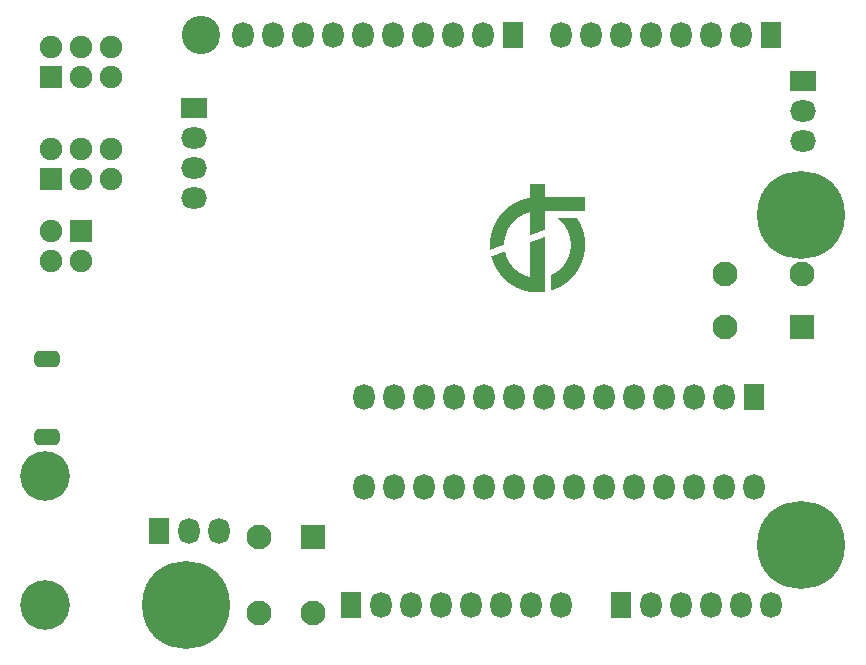
<source format=gbs>
%FSLAX44Y44*%
%MOMM*%
G71*
G01*
G75*
G04 Layer_Color=16711935*
%ADD10R,2.5000X2.6000*%
%ADD11R,2.7000X2.0000*%
%ADD12R,1.6000X3.0000*%
%ADD13R,1.3000X0.7000*%
%ADD14R,0.9000X1.3000*%
%ADD15R,0.7000X1.3000*%
%ADD16R,1.5000X0.5000*%
%ADD17R,0.5000X1.5000*%
%ADD18R,1.3000X0.9000*%
%ADD19R,0.8000X0.8000*%
%ADD20R,0.5588X0.6858*%
%ADD21R,0.6858X0.5588*%
%ADD22C,1.0160*%
%ADD23R,1.4000X1.6000*%
%ADD24R,1.9000X1.9000*%
%ADD25R,1.3500X0.4000*%
%ADD26R,1.0000X0.5500*%
%ADD27R,0.5500X1.0000*%
%ADD28R,0.9000X0.6000*%
%ADD29R,0.6000X2.2000*%
%ADD30R,3.5000X2.2000*%
%ADD31R,2.6000X2.5000*%
%ADD32C,0.2000*%
%ADD33C,0.6000*%
%ADD34C,0.8000*%
%ADD35C,0.5000*%
%ADD36C,0.4000*%
%ADD37C,1.0000*%
%ADD38C,0.9000*%
%ADD39R,1.6000X2.0000*%
%ADD40O,1.6000X2.0000*%
%ADD41R,1.7000X1.7000*%
%ADD42C,1.7000*%
%ADD43O,2.0000X1.6000*%
%ADD44R,2.0000X1.6000*%
G04:AMPARAMS|DCode=45|XSize=2mm|YSize=1.2mm|CornerRadius=0.36mm|HoleSize=0mm|Usage=FLASHONLY|Rotation=0.000|XOffset=0mm|YOffset=0mm|HoleType=Round|Shape=RoundedRectangle|*
%AMROUNDEDRECTD45*
21,1,2.0000,0.4800,0,0,0.0*
21,1,1.2800,1.2000,0,0,0.0*
1,1,0.7200,0.6400,-0.2400*
1,1,0.7200,-0.6400,-0.2400*
1,1,0.7200,-0.6400,0.2400*
1,1,0.7200,0.6400,0.2400*
%
%ADD45ROUNDEDRECTD45*%
%ADD46C,4.0000*%
%ADD47C,7.4000*%
%ADD48C,3.2000*%
%ADD49R,1.9000X1.9000*%
%ADD50C,1.9000*%
%ADD51C,0.6000*%
%ADD52C,0.2540*%
%ADD53C,0.0800*%
%ADD54R,2.7000X2.8000*%
%ADD55R,2.9000X2.2000*%
%ADD56R,1.8000X3.2000*%
%ADD57R,1.5000X0.9000*%
%ADD58R,1.1000X1.5000*%
%ADD59R,0.9000X1.5000*%
%ADD60R,1.6200X0.6200*%
%ADD61R,0.6200X1.6200*%
%ADD62R,1.5000X1.1000*%
%ADD63R,1.0000X1.0000*%
%ADD64R,0.7112X0.8382*%
%ADD65R,0.8382X0.7112*%
%ADD66C,3.0480*%
%ADD67R,1.6000X1.8000*%
%ADD68R,2.1000X2.1000*%
%ADD69R,1.4500X0.5000*%
%ADD70R,1.2000X0.7500*%
%ADD71R,0.7500X1.2000*%
%ADD72R,1.1000X0.8000*%
%ADD73R,0.8000X2.4000*%
%ADD74R,3.7000X2.4000*%
%ADD75R,2.8000X2.7000*%
%ADD76R,1.8000X2.2000*%
%ADD77O,1.8000X2.2000*%
%ADD78O,2.2000X1.8000*%
%ADD79R,2.2000X1.8000*%
G04:AMPARAMS|DCode=80|XSize=2.2mm|YSize=1.4mm|CornerRadius=0.46mm|HoleSize=0mm|Usage=FLASHONLY|Rotation=0.000|XOffset=0mm|YOffset=0mm|HoleType=Round|Shape=RoundedRectangle|*
%AMROUNDEDRECTD80*
21,1,2.2000,0.4800,0,0,0.0*
21,1,1.2800,1.4000,0,0,0.0*
1,1,0.9200,0.6400,-0.2400*
1,1,0.9200,-0.6400,-0.2400*
1,1,0.9200,-0.6400,0.2400*
1,1,0.9200,0.6400,0.2400*
%
%ADD80ROUNDEDRECTD80*%
%ADD81C,4.2000*%
%ADD82C,7.4508*%
%ADD83C,3.2500*%
%ADD84R,2.1000X2.1000*%
%ADD85C,2.1000*%
G36*
X470429Y352875D02*
X470529D01*
Y352776D01*
X470629D01*
Y352576D01*
X470728D01*
Y352476D01*
X470828D01*
Y352277D01*
X470928D01*
Y352077D01*
X471027D01*
Y351978D01*
X471127D01*
Y351778D01*
X471227D01*
Y351678D01*
X471327D01*
Y351479D01*
X471427D01*
Y351279D01*
X471526D01*
Y351180D01*
X471626D01*
Y350980D01*
X471726D01*
Y350781D01*
X471826D01*
Y350681D01*
X471925D01*
Y350482D01*
X472025D01*
Y350282D01*
X472125D01*
Y350083D01*
X472225D01*
Y349883D01*
X472324D01*
Y349783D01*
X472424D01*
Y349584D01*
X472524D01*
Y349384D01*
X472623D01*
Y349185D01*
X472723D01*
Y348985D01*
X472823D01*
Y348786D01*
X472923D01*
Y348587D01*
X473022D01*
Y348387D01*
X473122D01*
Y348187D01*
X473222D01*
Y347988D01*
X473321D01*
Y347789D01*
X473421D01*
Y347589D01*
X473521D01*
Y347389D01*
X473621D01*
Y347190D01*
X473721D01*
Y346891D01*
X473820D01*
Y346691D01*
X473920D01*
Y346492D01*
X474020D01*
Y346292D01*
X474119D01*
Y345993D01*
X474219D01*
Y345794D01*
X474319D01*
Y345494D01*
X474419D01*
Y345295D01*
X474518D01*
Y344996D01*
X474618D01*
Y344796D01*
X474718D01*
Y344497D01*
X474818D01*
Y344198D01*
X474917D01*
Y343899D01*
X475017D01*
Y343699D01*
X475117D01*
Y343300D01*
X475217D01*
Y343101D01*
X475316D01*
Y342702D01*
X475416D01*
Y342402D01*
X475516D01*
Y342103D01*
X475616D01*
Y341804D01*
X475715D01*
Y341405D01*
X475815D01*
Y341006D01*
X475915D01*
Y340707D01*
X476015D01*
Y340308D01*
X476114D01*
Y339909D01*
X476214D01*
Y339410D01*
X476314D01*
Y339011D01*
X476414D01*
Y338513D01*
X476513D01*
Y338114D01*
X476613D01*
Y337515D01*
X476713D01*
Y336917D01*
X476813D01*
Y336218D01*
X476912D01*
Y335520D01*
X477012D01*
Y334523D01*
X477112D01*
Y333625D01*
X477211D01*
Y332229D01*
X477311D01*
Y328738D01*
X477211D01*
Y327341D01*
X477112D01*
Y326444D01*
X477012D01*
Y325446D01*
X476912D01*
Y324748D01*
X476813D01*
Y324050D01*
X476713D01*
Y323451D01*
X476613D01*
Y322853D01*
X476513D01*
Y322454D01*
X476414D01*
Y321955D01*
X476314D01*
Y321557D01*
X476214D01*
Y321058D01*
X476114D01*
Y320659D01*
X476015D01*
Y320260D01*
X475915D01*
Y319960D01*
X475815D01*
Y319562D01*
X475715D01*
Y319163D01*
X475616D01*
Y318863D01*
X475516D01*
Y318564D01*
X475416D01*
Y318265D01*
X475316D01*
Y317966D01*
X475217D01*
Y317666D01*
X475117D01*
Y317367D01*
X475017D01*
Y317068D01*
X474917D01*
Y316769D01*
X474818D01*
Y316470D01*
X474718D01*
Y316170D01*
X474618D01*
Y315971D01*
X474518D01*
Y315672D01*
X474419D01*
Y315472D01*
X474319D01*
Y315173D01*
X474219D01*
Y314974D01*
X474119D01*
Y314674D01*
X474020D01*
Y314475D01*
X473920D01*
Y314275D01*
X473820D01*
Y314076D01*
X473721D01*
Y313776D01*
X473621D01*
Y313577D01*
X473521D01*
Y313377D01*
X473421D01*
Y313178D01*
X473321D01*
Y312979D01*
X473222D01*
Y312779D01*
X473122D01*
Y312580D01*
X473022D01*
Y312380D01*
X472923D01*
Y312181D01*
X472823D01*
Y311981D01*
X472723D01*
Y311782D01*
X472623D01*
Y311582D01*
X472524D01*
Y311383D01*
X472424D01*
Y311183D01*
X472324D01*
Y311084D01*
X472225D01*
Y310884D01*
X472125D01*
Y310684D01*
X472025D01*
Y310485D01*
X471925D01*
Y310286D01*
X471826D01*
Y310186D01*
X471726D01*
Y309986D01*
X471626D01*
Y309787D01*
X471526D01*
Y309687D01*
X471427D01*
Y309488D01*
X471327D01*
Y309288D01*
X471227D01*
Y309188D01*
X471127D01*
Y308989D01*
X471027D01*
Y308889D01*
X470928D01*
Y308690D01*
X470828D01*
Y308490D01*
X470728D01*
Y308390D01*
X470629D01*
Y308191D01*
X470529D01*
Y308091D01*
X470429D01*
Y307892D01*
X470329D01*
Y307792D01*
X470230D01*
Y307692D01*
X470130D01*
Y307493D01*
X470030D01*
Y307393D01*
X469930D01*
Y307194D01*
X469831D01*
Y307094D01*
X469731D01*
Y306994D01*
X469631D01*
Y306795D01*
X469531D01*
Y306695D01*
X469432D01*
Y306595D01*
X469332D01*
Y306396D01*
X469232D01*
Y306296D01*
X469132D01*
Y306096D01*
X469033D01*
Y305997D01*
X468933D01*
Y305897D01*
X468833D01*
Y305797D01*
X468733D01*
Y305598D01*
X468634D01*
Y305498D01*
X468534D01*
Y305398D01*
X468434D01*
Y305199D01*
X468334D01*
Y305099D01*
X468235D01*
Y304999D01*
X468135D01*
Y304900D01*
X468035D01*
Y304800D01*
X467935D01*
Y304600D01*
X467836D01*
Y304501D01*
X467736D01*
Y304401D01*
X467636D01*
Y304301D01*
X467537D01*
Y304201D01*
X467437D01*
Y304002D01*
X467337D01*
Y303902D01*
X467237D01*
Y303802D01*
X467138D01*
Y303703D01*
X467038D01*
Y303603D01*
X466938D01*
Y303503D01*
X466838D01*
Y303403D01*
X466739D01*
Y303304D01*
X466639D01*
Y303204D01*
X466539D01*
Y303104D01*
X466439D01*
Y303004D01*
X466340D01*
Y302805D01*
X466240D01*
Y302705D01*
X466140D01*
Y302605D01*
X466040D01*
Y302506D01*
X465941D01*
Y302406D01*
X465841D01*
Y302306D01*
X465741D01*
Y302207D01*
X465641D01*
Y302107D01*
X465542D01*
Y302007D01*
X465442D01*
Y301907D01*
X465342D01*
Y301807D01*
X465243D01*
Y301708D01*
X465143D01*
Y301608D01*
X465043D01*
Y301508D01*
X464943D01*
Y301409D01*
X464843D01*
Y301309D01*
X464744D01*
Y301209D01*
X464644D01*
Y301109D01*
X464445D01*
Y301010D01*
X464345D01*
Y300910D01*
X464245D01*
Y300810D01*
X464145D01*
Y300710D01*
X464046D01*
Y300611D01*
X463946D01*
Y300511D01*
X463846D01*
Y300411D01*
X463746D01*
Y300311D01*
X463547D01*
Y300112D01*
X463447D01*
Y300012D01*
X463248D01*
Y299912D01*
X463148D01*
Y299813D01*
X463048D01*
Y299713D01*
X462948D01*
Y299613D01*
X462849D01*
Y299513D01*
X462649D01*
Y299414D01*
X462550D01*
Y299314D01*
X462450D01*
Y299214D01*
X462350D01*
Y299114D01*
X462250D01*
Y299015D01*
X462051D01*
Y298915D01*
X461951D01*
Y298815D01*
X461851D01*
Y298715D01*
X461652D01*
Y298616D01*
X461552D01*
Y298516D01*
X461452D01*
Y298416D01*
X461253D01*
Y298316D01*
X461153D01*
Y298217D01*
X461053D01*
Y298117D01*
X460953D01*
Y298017D01*
X460754D01*
Y297918D01*
X460654D01*
Y297818D01*
X460555D01*
Y297718D01*
X460355D01*
Y297618D01*
X460255D01*
Y297519D01*
X460056D01*
Y297419D01*
X459956D01*
Y297319D01*
X459856D01*
Y297219D01*
X459657D01*
Y297120D01*
X459457D01*
Y297020D01*
X459358D01*
Y296920D01*
X459158D01*
Y296820D01*
X459058D01*
Y296721D01*
X458859D01*
Y296621D01*
X458759D01*
Y296521D01*
X458560D01*
Y296422D01*
X458460D01*
Y296322D01*
X458260D01*
Y296222D01*
X458061D01*
Y296122D01*
X457961D01*
Y296022D01*
X457762D01*
Y295923D01*
X457562D01*
Y295823D01*
X457463D01*
Y295723D01*
X457263D01*
Y295623D01*
X457064D01*
Y295524D01*
X456964D01*
Y295424D01*
X456764D01*
Y295324D01*
X456565D01*
Y295224D01*
X456465D01*
Y295125D01*
X456166D01*
Y295025D01*
X456066D01*
Y294925D01*
X455867D01*
Y294826D01*
X455667D01*
Y294726D01*
X455468D01*
Y294626D01*
X455268D01*
Y294526D01*
X455069D01*
Y294426D01*
X454869D01*
Y294327D01*
X454670D01*
Y294227D01*
X454470D01*
Y294127D01*
X454271D01*
Y294028D01*
X454071D01*
Y293928D01*
X453772D01*
Y293828D01*
X453573D01*
Y293728D01*
X453373D01*
Y293629D01*
X453174D01*
Y293529D01*
X452974D01*
Y293429D01*
X452675D01*
Y293330D01*
X452476D01*
Y293230D01*
X452176D01*
Y293130D01*
X451977D01*
Y293030D01*
X451777D01*
Y292931D01*
X451478D01*
Y292831D01*
X451179D01*
Y292731D01*
X450979D01*
Y292631D01*
X450580D01*
Y292532D01*
X450381D01*
Y292432D01*
X450082D01*
Y292332D01*
X449782D01*
Y292232D01*
X449483D01*
Y292133D01*
X449184D01*
Y292033D01*
X448785D01*
Y291933D01*
X448586D01*
Y304900D01*
X448785D01*
Y304999D01*
X448984D01*
Y305099D01*
X449184D01*
Y305199D01*
X449384D01*
Y305299D01*
X449583D01*
Y305398D01*
X449782D01*
Y305498D01*
X449982D01*
Y305598D01*
X450182D01*
Y305697D01*
X450381D01*
Y305797D01*
X450580D01*
Y305897D01*
X450680D01*
Y305997D01*
X450880D01*
Y306096D01*
X451079D01*
Y306196D01*
X451179D01*
Y306296D01*
X451378D01*
Y306396D01*
X451578D01*
Y306495D01*
X451777D01*
Y306595D01*
X451877D01*
Y306695D01*
X452077D01*
Y306795D01*
X452176D01*
Y306894D01*
X452376D01*
Y306994D01*
X452476D01*
Y307094D01*
X452675D01*
Y307194D01*
X452775D01*
Y307293D01*
X452974D01*
Y307393D01*
X453074D01*
Y307493D01*
X453274D01*
Y307593D01*
X453373D01*
Y307692D01*
X453473D01*
Y307792D01*
X453672D01*
Y307892D01*
X453772D01*
Y307992D01*
X453972D01*
Y308091D01*
X454071D01*
Y308191D01*
X454171D01*
Y308291D01*
X454271D01*
Y308390D01*
X454470D01*
Y308490D01*
X454570D01*
Y308590D01*
X454670D01*
Y308690D01*
X454770D01*
Y308789D01*
X454969D01*
Y308889D01*
X455069D01*
Y308989D01*
X455168D01*
Y309089D01*
X455268D01*
Y309188D01*
X455368D01*
Y309288D01*
X455468D01*
Y309388D01*
X455568D01*
Y309488D01*
X455767D01*
Y309587D01*
X455867D01*
Y309687D01*
X455966D01*
Y309787D01*
X456066D01*
Y309887D01*
X456166D01*
Y309986D01*
X456266D01*
Y310086D01*
X456365D01*
Y310186D01*
X456465D01*
Y310286D01*
X456565D01*
Y310385D01*
X456665D01*
Y310485D01*
X456764D01*
Y310585D01*
X456864D01*
Y310684D01*
X456964D01*
Y310784D01*
X457064D01*
Y310884D01*
X457163D01*
Y310984D01*
X457263D01*
Y311084D01*
X457363D01*
Y311183D01*
X457463D01*
Y311283D01*
X457562D01*
Y311383D01*
X457662D01*
Y311483D01*
X457762D01*
Y311582D01*
X457862D01*
Y311682D01*
X457961D01*
Y311882D01*
X458061D01*
Y311981D01*
X458161D01*
Y312081D01*
X458260D01*
Y312181D01*
X458360D01*
Y312281D01*
X458460D01*
Y312380D01*
X458560D01*
Y312480D01*
X458660D01*
Y312679D01*
X458759D01*
Y312779D01*
X458859D01*
Y312879D01*
X458959D01*
Y312979D01*
X459058D01*
Y313178D01*
X459158D01*
Y313278D01*
X459258D01*
Y313377D01*
X459358D01*
Y313477D01*
X459457D01*
Y313677D01*
X459557D01*
Y313776D01*
X459657D01*
Y313976D01*
X459757D01*
Y314076D01*
X459856D01*
Y314175D01*
X459956D01*
Y314375D01*
X460056D01*
Y314475D01*
X460156D01*
Y314674D01*
X460255D01*
Y314774D01*
X460355D01*
Y314974D01*
X460455D01*
Y315073D01*
X460555D01*
Y315273D01*
X460654D01*
Y315372D01*
X460754D01*
Y315572D01*
X460854D01*
Y315672D01*
X460953D01*
Y315871D01*
X461053D01*
Y316071D01*
X461153D01*
Y316170D01*
X461253D01*
Y316370D01*
X461353D01*
Y316569D01*
X461452D01*
Y316669D01*
X461552D01*
Y316868D01*
X461652D01*
Y317068D01*
X461752D01*
Y317267D01*
X461851D01*
Y317467D01*
X461951D01*
Y317666D01*
X462051D01*
Y317866D01*
X462150D01*
Y318065D01*
X462250D01*
Y318265D01*
X462350D01*
Y318464D01*
X462450D01*
Y318664D01*
X462550D01*
Y318963D01*
X462649D01*
Y319063D01*
X462749D01*
Y319362D01*
X462849D01*
Y319562D01*
X462948D01*
Y319861D01*
X463048D01*
Y320060D01*
X463148D01*
Y320360D01*
X463248D01*
Y320559D01*
X463347D01*
Y320858D01*
X463447D01*
Y321157D01*
X463547D01*
Y321357D01*
X463647D01*
Y321656D01*
X463746D01*
Y322055D01*
X463846D01*
Y322354D01*
X463946D01*
Y322654D01*
X464046D01*
Y323052D01*
X464145D01*
Y323451D01*
X464245D01*
Y323751D01*
X464345D01*
Y324249D01*
X464445D01*
Y324648D01*
X464544D01*
Y325147D01*
X464644D01*
Y325646D01*
X464744D01*
Y326444D01*
X464843D01*
Y327042D01*
X464943D01*
Y328139D01*
X465043D01*
Y329735D01*
X465143D01*
Y331231D01*
X465043D01*
Y332827D01*
X464943D01*
Y333924D01*
X464843D01*
Y334623D01*
X464744D01*
Y335321D01*
X464644D01*
Y335820D01*
X464544D01*
Y336318D01*
X464445D01*
Y336717D01*
X464345D01*
Y337216D01*
X464245D01*
Y337615D01*
X464145D01*
Y337914D01*
X464046D01*
Y338313D01*
X463946D01*
Y338612D01*
X463846D01*
Y338912D01*
X463746D01*
Y339310D01*
X463647D01*
Y339610D01*
X463547D01*
Y339809D01*
X463447D01*
Y340108D01*
X463347D01*
Y340408D01*
X463248D01*
Y340707D01*
X463148D01*
Y340906D01*
X463048D01*
Y341106D01*
X462948D01*
Y341405D01*
X462849D01*
Y341604D01*
X462749D01*
Y341904D01*
X462649D01*
Y342103D01*
X462550D01*
Y342303D01*
X462450D01*
Y342502D01*
X462350D01*
Y342702D01*
X462250D01*
Y342901D01*
X462150D01*
Y343101D01*
X462051D01*
Y343300D01*
X461951D01*
Y343500D01*
X461851D01*
Y343699D01*
X461752D01*
Y343899D01*
X461652D01*
Y344098D01*
X461552D01*
Y344297D01*
X461452D01*
Y344397D01*
X461353D01*
Y344597D01*
X461253D01*
Y344796D01*
X461153D01*
Y344896D01*
X461053D01*
Y345096D01*
X460953D01*
Y345295D01*
X460854D01*
Y345395D01*
X460754D01*
Y345594D01*
X460654D01*
Y345694D01*
X460555D01*
Y345894D01*
X460455D01*
Y346093D01*
X460355D01*
Y346193D01*
X460255D01*
Y346292D01*
X460156D01*
Y346492D01*
X460056D01*
Y346592D01*
X459956D01*
Y346791D01*
X459856D01*
Y346891D01*
X459757D01*
Y347090D01*
X459657D01*
Y347190D01*
X459557D01*
Y347290D01*
X459457D01*
Y347489D01*
X459358D01*
Y347589D01*
X459258D01*
Y347689D01*
X459158D01*
Y347789D01*
X459058D01*
Y347988D01*
X458959D01*
Y348088D01*
X458859D01*
Y348187D01*
X458759D01*
Y348287D01*
X458660D01*
Y348487D01*
X458560D01*
Y348587D01*
X458460D01*
Y348686D01*
X458360D01*
Y348786D01*
X458260D01*
Y348886D01*
X458161D01*
Y348985D01*
X458061D01*
Y349185D01*
X457961D01*
Y349285D01*
X457862D01*
Y349384D01*
X457762D01*
Y349484D01*
X457662D01*
Y349584D01*
X457562D01*
Y349684D01*
X457463D01*
Y349783D01*
X457363D01*
Y349883D01*
X457263D01*
Y349983D01*
X457163D01*
Y350083D01*
X457064D01*
Y350182D01*
X456964D01*
Y350282D01*
X456864D01*
Y350382D01*
X456764D01*
Y350482D01*
X456665D01*
Y350581D01*
X456565D01*
Y350681D01*
X456465D01*
Y350781D01*
X456365D01*
Y350881D01*
X456266D01*
Y350980D01*
X456166D01*
Y351080D01*
X456066D01*
Y351180D01*
X455966D01*
Y351279D01*
X455867D01*
Y351379D01*
X455767D01*
Y351479D01*
X455568D01*
Y351579D01*
X455468D01*
Y351778D01*
X455268D01*
Y351878D01*
X455168D01*
Y351978D01*
X455069D01*
Y352077D01*
X454969D01*
Y352177D01*
X454770D01*
Y352277D01*
X454670D01*
Y352377D01*
X454570D01*
Y352476D01*
X454470D01*
Y352576D01*
X454271D01*
Y352676D01*
X454171D01*
Y352776D01*
X454071D01*
Y352875D01*
X453972D01*
Y352975D01*
X453772D01*
Y353075D01*
X470429D01*
Y352875D01*
D02*
G37*
G36*
X443100Y290637D02*
X442701D01*
Y290537D01*
X441803D01*
Y290437D01*
X441105D01*
Y290337D01*
X439709D01*
Y290237D01*
X438013D01*
Y290138D01*
X435918D01*
Y290237D01*
X434223D01*
Y290337D01*
X432826D01*
Y290437D01*
X432128D01*
Y290537D01*
X431231D01*
Y290637D01*
X430732D01*
Y290736D01*
X430133D01*
Y290836D01*
X430034D01*
Y290736D01*
X429934D01*
Y290836D01*
X429535D01*
Y290936D01*
X429136D01*
Y291035D01*
X429036D01*
Y290936D01*
X428937D01*
Y291035D01*
X428537D01*
Y291135D01*
X428138D01*
Y291235D01*
X427640D01*
Y291335D01*
X427341D01*
Y291434D01*
X426842D01*
Y291534D01*
X426543D01*
Y291634D01*
X426144D01*
Y291733D01*
X425844D01*
Y291833D01*
X425445D01*
Y291933D01*
X425146D01*
Y292033D01*
X424747D01*
Y292133D01*
X424448D01*
Y292232D01*
X424149D01*
Y292332D01*
X423850D01*
Y292432D01*
X423550D01*
Y292532D01*
X423351D01*
Y292631D01*
X423052D01*
Y292731D01*
X422852D01*
Y292831D01*
X422453D01*
Y292931D01*
X422254D01*
Y293030D01*
X421955D01*
Y293130D01*
X421755D01*
Y293230D01*
X421456D01*
Y293330D01*
X421256D01*
Y293429D01*
X421057D01*
Y293529D01*
X420857D01*
Y293629D01*
X420558D01*
Y293728D01*
X420359D01*
Y293828D01*
X420159D01*
Y293928D01*
X419960D01*
Y294028D01*
X419660D01*
Y294127D01*
X419461D01*
Y294227D01*
X419261D01*
Y294327D01*
X419062D01*
Y294426D01*
X418862D01*
Y294526D01*
X418663D01*
Y294626D01*
X418464D01*
Y294726D01*
X418264D01*
Y294826D01*
X418164D01*
Y294925D01*
X417965D01*
Y295025D01*
X417765D01*
Y295125D01*
X417566D01*
Y295224D01*
X417366D01*
Y295324D01*
X417167D01*
Y295424D01*
X417067D01*
Y295524D01*
X416868D01*
Y295623D01*
X416668D01*
Y295723D01*
X416568D01*
Y295823D01*
X416369D01*
Y295923D01*
X416169D01*
Y296022D01*
X415970D01*
Y296122D01*
X415870D01*
Y296222D01*
X415671D01*
Y296322D01*
X415571D01*
Y296422D01*
X415372D01*
Y296521D01*
X415172D01*
Y296621D01*
X415072D01*
Y296721D01*
X414973D01*
Y296820D01*
X414773D01*
Y296920D01*
X414574D01*
Y297020D01*
X414474D01*
Y297120D01*
X414374D01*
Y297219D01*
X414175D01*
Y297319D01*
X413975D01*
Y297419D01*
X413875D01*
Y297519D01*
X413776D01*
Y297618D01*
X413576D01*
Y297718D01*
X413476D01*
Y297818D01*
X413377D01*
Y297918D01*
X413177D01*
Y298017D01*
X413077D01*
Y298117D01*
X412878D01*
Y298217D01*
X412778D01*
Y298316D01*
X412678D01*
Y298416D01*
X412479D01*
Y298516D01*
X412379D01*
Y298616D01*
X412280D01*
Y298715D01*
X412080D01*
Y298815D01*
X411980D01*
Y298915D01*
X411881D01*
Y299015D01*
X411781D01*
Y299114D01*
X411681D01*
Y299214D01*
X411482D01*
Y299314D01*
X411382D01*
Y299414D01*
X411282D01*
Y299513D01*
X411182D01*
Y299613D01*
X410983D01*
Y299713D01*
X410883D01*
Y299813D01*
X410783D01*
Y299912D01*
X410684D01*
Y300012D01*
X410584D01*
Y300112D01*
X410484D01*
Y300212D01*
X410384D01*
Y300311D01*
X410285D01*
Y300411D01*
X410085D01*
Y300511D01*
X409986D01*
Y300611D01*
X409886D01*
Y300710D01*
X409786D01*
Y300810D01*
X409686D01*
Y300910D01*
X409586D01*
Y301010D01*
X409487D01*
Y301109D01*
X409387D01*
Y301209D01*
X409287D01*
Y301309D01*
X409188D01*
Y301409D01*
X408988D01*
Y301508D01*
X408888D01*
Y301608D01*
X408789D01*
Y301708D01*
X408689D01*
Y301807D01*
X408589D01*
Y301907D01*
X408489D01*
Y302007D01*
X408390D01*
Y302107D01*
X408290D01*
Y302207D01*
X408190D01*
Y302306D01*
X408090D01*
Y302406D01*
X407990D01*
Y302506D01*
X407891D01*
Y302705D01*
X407791D01*
Y302805D01*
X407691D01*
Y302905D01*
X407592D01*
Y303004D01*
X407492D01*
Y303104D01*
X407392D01*
Y303204D01*
X407293D01*
Y303304D01*
X407193D01*
Y303403D01*
X407093D01*
Y303503D01*
X406993D01*
Y303603D01*
X406894D01*
Y303802D01*
X406794D01*
Y303902D01*
X406694D01*
Y304002D01*
X406594D01*
Y304102D01*
X406494D01*
Y304201D01*
X406395D01*
Y304301D01*
X406295D01*
Y304401D01*
X406195D01*
Y304501D01*
X406096D01*
Y304700D01*
X405996D01*
Y304800D01*
X405896D01*
Y304900D01*
X405796D01*
Y304999D01*
X405697D01*
Y305199D01*
X405597D01*
Y305299D01*
X405497D01*
Y305398D01*
X405397D01*
Y305498D01*
X405298D01*
Y305697D01*
X405198D01*
Y305797D01*
X405098D01*
Y305897D01*
X404998D01*
Y306096D01*
X404899D01*
Y306196D01*
X404799D01*
Y306296D01*
X404699D01*
Y306396D01*
X404599D01*
Y306595D01*
X404500D01*
Y306695D01*
X404400D01*
Y306894D01*
X404300D01*
Y306994D01*
X404200D01*
Y307094D01*
X404101D01*
Y307293D01*
X404001D01*
Y307393D01*
X403901D01*
Y307593D01*
X403801D01*
Y307692D01*
X403702D01*
Y307792D01*
X403602D01*
Y307992D01*
X403502D01*
Y308091D01*
X403402D01*
Y308291D01*
X403303D01*
Y308390D01*
X403203D01*
Y308590D01*
X403103D01*
Y308789D01*
X403004D01*
Y308889D01*
X402904D01*
Y309089D01*
X402804D01*
Y309188D01*
X402704D01*
Y309388D01*
X402604D01*
Y309488D01*
X402505D01*
Y309687D01*
X402405D01*
Y309887D01*
X402305D01*
Y310086D01*
X402206D01*
Y310186D01*
X402106D01*
Y310385D01*
X402006D01*
Y310585D01*
X401906D01*
Y310684D01*
X401807D01*
Y310884D01*
X401707D01*
Y311084D01*
X401607D01*
Y311283D01*
X401507D01*
Y311483D01*
X401408D01*
Y311582D01*
X401308D01*
Y311882D01*
X401208D01*
Y311981D01*
X401109D01*
Y312281D01*
X401009D01*
Y312380D01*
X400909D01*
Y312679D01*
X400809D01*
Y312879D01*
X400709D01*
Y313078D01*
X400610D01*
Y313278D01*
X400510D01*
Y313477D01*
X400410D01*
Y313677D01*
X400311D01*
Y313876D01*
X400211D01*
Y314076D01*
X400111D01*
Y314375D01*
X400011D01*
Y314575D01*
X399911D01*
Y314774D01*
X399812D01*
Y315073D01*
X399712D01*
Y315273D01*
X399613D01*
Y315472D01*
X399512D01*
Y315771D01*
X399413D01*
Y316071D01*
X399313D01*
Y316270D01*
X399213D01*
Y316569D01*
X399114D01*
Y316868D01*
X399014D01*
Y317068D01*
X398914D01*
Y317367D01*
X398814D01*
Y317666D01*
X398714D01*
Y317966D01*
X398615D01*
Y318265D01*
X398515D01*
Y318664D01*
X398415D01*
Y318963D01*
X398316D01*
Y319262D01*
X398216D01*
Y319661D01*
X398116D01*
Y319960D01*
X398016D01*
Y320360D01*
X397917D01*
Y320659D01*
X398116D01*
Y320759D01*
X398316D01*
Y320858D01*
X398615D01*
Y320958D01*
X398914D01*
Y321058D01*
X399213D01*
Y321157D01*
X399512D01*
Y321257D01*
X399812D01*
Y321357D01*
X400011D01*
Y321457D01*
X400311D01*
Y321557D01*
X400510D01*
Y321656D01*
X400909D01*
Y321756D01*
X401109D01*
Y321856D01*
X401408D01*
Y321955D01*
X401607D01*
Y322055D01*
X402006D01*
Y322155D01*
X402206D01*
Y322255D01*
X402505D01*
Y322354D01*
X402804D01*
Y322454D01*
X403004D01*
Y322554D01*
X403303D01*
Y322654D01*
X403602D01*
Y322753D01*
X403801D01*
Y322853D01*
X404101D01*
Y322953D01*
X404400D01*
Y323052D01*
X404699D01*
Y323152D01*
X404998D01*
Y323252D01*
X405198D01*
Y323352D01*
X405497D01*
Y323451D01*
X405796D01*
Y323551D01*
X405996D01*
Y323651D01*
X406295D01*
Y323751D01*
X406594D01*
Y323851D01*
X406894D01*
Y323950D01*
X407193D01*
Y324050D01*
X407392D01*
Y324150D01*
X407791D01*
Y324249D01*
X407990D01*
Y324349D01*
X408190D01*
Y324449D01*
X408489D01*
Y324548D01*
X408789D01*
Y324648D01*
X409088D01*
Y324748D01*
X409287D01*
Y324848D01*
X409487D01*
Y324349D01*
X409586D01*
Y323950D01*
X409686D01*
Y323551D01*
X409786D01*
Y323152D01*
X409886D01*
Y322753D01*
X409986D01*
Y322454D01*
X410085D01*
Y322155D01*
X410185D01*
Y321756D01*
X410285D01*
Y321457D01*
X410384D01*
Y321257D01*
X410484D01*
Y320958D01*
X410584D01*
Y320659D01*
X410684D01*
Y320459D01*
X410783D01*
Y320160D01*
X410883D01*
Y319861D01*
X410983D01*
Y319661D01*
X411083D01*
Y319462D01*
X411182D01*
Y319163D01*
X411282D01*
Y318963D01*
X411382D01*
Y318764D01*
X411482D01*
Y318564D01*
X411581D01*
Y318265D01*
X411681D01*
Y318065D01*
X411781D01*
Y317866D01*
X411881D01*
Y317666D01*
X411980D01*
Y317467D01*
X412080D01*
Y317367D01*
X412180D01*
Y317168D01*
X412280D01*
Y316968D01*
X412379D01*
Y316769D01*
X412479D01*
Y316569D01*
X412579D01*
Y316470D01*
X412678D01*
Y316270D01*
X412778D01*
Y316071D01*
X412878D01*
Y315871D01*
X412978D01*
Y315771D01*
X413077D01*
Y315572D01*
X413177D01*
Y315472D01*
X413277D01*
Y315273D01*
X413377D01*
Y315073D01*
X413476D01*
Y314974D01*
X413576D01*
Y314874D01*
X413676D01*
Y314674D01*
X413776D01*
Y314475D01*
X413875D01*
Y314375D01*
X413975D01*
Y314275D01*
X414075D01*
Y314076D01*
X414175D01*
Y313976D01*
X414274D01*
Y313876D01*
X414374D01*
Y313677D01*
X414474D01*
Y313577D01*
X414574D01*
Y313477D01*
X414673D01*
Y313278D01*
X414773D01*
Y313178D01*
X414873D01*
Y313078D01*
X414973D01*
Y312879D01*
X415072D01*
Y312779D01*
X415172D01*
Y312679D01*
X415272D01*
Y312580D01*
X415372D01*
Y312480D01*
X415471D01*
Y312380D01*
X415571D01*
Y312181D01*
X415671D01*
Y312081D01*
X415770D01*
Y311981D01*
X415870D01*
Y311882D01*
X415970D01*
Y311782D01*
X416070D01*
Y311582D01*
X416169D01*
Y311483D01*
X416269D01*
Y311383D01*
X416369D01*
Y311283D01*
X416469D01*
Y311183D01*
X416568D01*
Y311084D01*
X416668D01*
Y310984D01*
X416768D01*
Y310884D01*
X416868D01*
Y310784D01*
X416967D01*
Y310684D01*
X417067D01*
Y310585D01*
X417167D01*
Y310485D01*
X417267D01*
Y310385D01*
X417366D01*
Y310286D01*
X417466D01*
Y310186D01*
X417566D01*
Y310086D01*
X417666D01*
Y309986D01*
X417765D01*
Y309887D01*
X417865D01*
Y309787D01*
X417965D01*
Y309687D01*
X418064D01*
Y309587D01*
X418264D01*
Y309488D01*
X418364D01*
Y309388D01*
X418464D01*
Y309288D01*
X418563D01*
Y309188D01*
X418663D01*
Y309089D01*
X418763D01*
Y308989D01*
X418962D01*
Y308889D01*
X419062D01*
Y308789D01*
X419162D01*
Y308690D01*
X419261D01*
Y308590D01*
X419361D01*
Y308490D01*
X419561D01*
Y308390D01*
X419660D01*
Y308291D01*
X419760D01*
Y308191D01*
X419960D01*
Y308091D01*
X420059D01*
Y307992D01*
X420159D01*
Y307892D01*
X420259D01*
Y307792D01*
X420458D01*
Y307692D01*
X420558D01*
Y307593D01*
X420658D01*
Y307493D01*
X420857D01*
Y307393D01*
X421057D01*
Y307293D01*
X421157D01*
Y307194D01*
X421256D01*
Y307094D01*
X421456D01*
Y306994D01*
X421555D01*
Y306894D01*
X421755D01*
Y306795D01*
X421955D01*
Y306695D01*
X422054D01*
Y306595D01*
X422254D01*
Y306495D01*
X422453D01*
Y306396D01*
X422553D01*
Y306296D01*
X422752D01*
Y306196D01*
X422852D01*
Y306096D01*
X423052D01*
Y305997D01*
X423251D01*
Y305897D01*
X423451D01*
Y305797D01*
X423550D01*
Y305697D01*
X423750D01*
Y305598D01*
X423949D01*
Y305498D01*
X424149D01*
Y305398D01*
X424348D01*
Y305299D01*
X424548D01*
Y305199D01*
X424747D01*
Y305099D01*
X424947D01*
Y304999D01*
X425246D01*
Y304900D01*
X425445D01*
Y304800D01*
X425645D01*
Y304700D01*
X425844D01*
Y304600D01*
X426144D01*
Y304501D01*
X426343D01*
Y304401D01*
X426543D01*
Y304301D01*
X426842D01*
Y304201D01*
X427141D01*
Y304102D01*
X427341D01*
Y304002D01*
X427640D01*
Y303902D01*
X427939D01*
Y303802D01*
X428138D01*
Y303703D01*
X428537D01*
Y303603D01*
X428837D01*
Y303503D01*
X429236D01*
Y303403D01*
X429535D01*
Y303304D01*
X429934D01*
Y303204D01*
X430333D01*
Y303104D01*
X430931D01*
Y332728D01*
X431330D01*
Y332827D01*
X431530D01*
Y332927D01*
X431829D01*
Y333027D01*
X432028D01*
Y333126D01*
X432328D01*
Y333226D01*
X432627D01*
Y333326D01*
X432926D01*
Y333426D01*
X433126D01*
Y333526D01*
X433525D01*
Y333625D01*
X433724D01*
Y333725D01*
X434023D01*
Y333825D01*
X434322D01*
Y333924D01*
X434522D01*
Y334024D01*
X434821D01*
Y334124D01*
X435021D01*
Y334224D01*
X435320D01*
Y334323D01*
X435619D01*
Y334423D01*
X435918D01*
Y334523D01*
X436218D01*
Y334623D01*
X436517D01*
Y334722D01*
X436716D01*
Y334822D01*
X437015D01*
Y334922D01*
X437215D01*
Y335022D01*
X437514D01*
Y335121D01*
X437813D01*
Y335221D01*
X438113D01*
Y335321D01*
X438412D01*
Y335420D01*
X438711D01*
Y335520D01*
X438911D01*
Y335620D01*
X439210D01*
Y335720D01*
X439509D01*
Y335820D01*
X439709D01*
Y335919D01*
X440008D01*
Y336019D01*
X440307D01*
Y336119D01*
X440606D01*
Y336218D01*
X440806D01*
Y336318D01*
X441105D01*
Y336418D01*
X441404D01*
Y336518D01*
X441703D01*
Y336618D01*
X441903D01*
Y336717D01*
X442202D01*
Y336817D01*
X442402D01*
Y336917D01*
X442800D01*
Y337016D01*
X443000D01*
Y337116D01*
X443100D01*
Y290637D01*
D02*
G37*
G36*
X443000Y370629D02*
X477211D01*
Y358760D01*
X442900D01*
Y343001D01*
X442601D01*
Y342901D01*
X442302D01*
Y342801D01*
X442003D01*
Y342702D01*
X441703D01*
Y342602D01*
X441504D01*
Y342502D01*
X441205D01*
Y342402D01*
X441005D01*
Y342303D01*
X440706D01*
Y342203D01*
X440407D01*
Y342103D01*
X440207D01*
Y342004D01*
X439908D01*
Y341904D01*
X439609D01*
Y341804D01*
X439310D01*
Y341704D01*
X439010D01*
Y341604D01*
X438711D01*
Y341505D01*
X438512D01*
Y341405D01*
X438212D01*
Y341305D01*
X438013D01*
Y341206D01*
X437714D01*
Y341106D01*
X437414D01*
Y341006D01*
X437115D01*
Y340906D01*
X436816D01*
Y340807D01*
X436517D01*
Y340707D01*
X436317D01*
Y340607D01*
X436018D01*
Y340507D01*
X435719D01*
Y340408D01*
X435519D01*
Y340308D01*
X435220D01*
Y340208D01*
X434921D01*
Y340108D01*
X434622D01*
Y340009D01*
X434422D01*
Y339909D01*
X434123D01*
Y339809D01*
X433824D01*
Y339709D01*
X433525D01*
Y339610D01*
X433325D01*
Y339510D01*
X433026D01*
Y339410D01*
X432826D01*
Y339310D01*
X432427D01*
Y339211D01*
X432228D01*
Y339111D01*
X431929D01*
Y339011D01*
X431629D01*
Y338912D01*
X431330D01*
Y338812D01*
X431131D01*
Y338712D01*
X430931D01*
Y357962D01*
X431031D01*
Y358062D01*
X430532D01*
Y357962D01*
X430233D01*
Y357863D01*
X430133D01*
Y357962D01*
X430034D01*
Y357863D01*
X429734D01*
Y357763D01*
X429435D01*
Y357663D01*
X429036D01*
Y357563D01*
X428737D01*
Y357463D01*
X428338D01*
Y357364D01*
X428138D01*
Y357264D01*
X427739D01*
Y357164D01*
X427540D01*
Y357065D01*
X427241D01*
Y356965D01*
X427041D01*
Y356865D01*
X426642D01*
Y356765D01*
X426443D01*
Y356665D01*
X426144D01*
Y356566D01*
X425944D01*
Y356466D01*
X425745D01*
Y356366D01*
X425545D01*
Y356267D01*
X425346D01*
Y356167D01*
X425046D01*
Y356067D01*
X424847D01*
Y355967D01*
X424648D01*
Y355868D01*
X424448D01*
Y355768D01*
X424249D01*
Y355668D01*
X424049D01*
Y355568D01*
X423850D01*
Y355469D01*
X423750D01*
Y355369D01*
X423451D01*
Y355269D01*
X423351D01*
Y355169D01*
X423151D01*
Y355070D01*
X422952D01*
Y354970D01*
X422752D01*
Y354870D01*
X422653D01*
Y354771D01*
X422453D01*
Y354671D01*
X422353D01*
Y354571D01*
X422154D01*
Y354471D01*
X421955D01*
Y354371D01*
X421855D01*
Y354272D01*
X421655D01*
Y354172D01*
X421456D01*
Y354072D01*
X421356D01*
Y353972D01*
X421157D01*
Y353873D01*
X421057D01*
Y353773D01*
X420957D01*
Y353673D01*
X420758D01*
Y353574D01*
X420658D01*
Y353474D01*
X420458D01*
Y353374D01*
X420359D01*
Y353274D01*
X420259D01*
Y353175D01*
X420059D01*
Y353075D01*
X419960D01*
Y352975D01*
X419860D01*
Y352875D01*
X419660D01*
Y352776D01*
X419561D01*
Y352676D01*
X419461D01*
Y352576D01*
X419361D01*
Y352476D01*
X419162D01*
Y352377D01*
X419062D01*
Y352277D01*
X418962D01*
Y352177D01*
X418862D01*
Y352077D01*
X418663D01*
Y351878D01*
X418464D01*
Y351778D01*
X418364D01*
Y351678D01*
X418264D01*
Y351579D01*
X418164D01*
Y351479D01*
X418064D01*
Y351379D01*
X417965D01*
Y351279D01*
X417865D01*
Y351180D01*
X417666D01*
Y351080D01*
X417566D01*
Y350980D01*
X417466D01*
Y350881D01*
X417366D01*
Y350781D01*
X417267D01*
Y350681D01*
X417167D01*
Y350581D01*
X417067D01*
Y350482D01*
X416967D01*
Y350382D01*
X416868D01*
Y350282D01*
X416768D01*
Y350182D01*
X416668D01*
Y350083D01*
X416568D01*
Y349983D01*
X416469D01*
Y349883D01*
X416369D01*
Y349684D01*
X416269D01*
Y349584D01*
X416169D01*
Y349484D01*
X416070D01*
Y349384D01*
X415970D01*
Y349285D01*
X415870D01*
Y349185D01*
X415770D01*
Y349085D01*
X415671D01*
Y348985D01*
X415571D01*
Y348886D01*
X415471D01*
Y348686D01*
X415372D01*
Y348587D01*
X415272D01*
Y348487D01*
X415172D01*
Y348387D01*
X415072D01*
Y348287D01*
X414973D01*
Y348088D01*
X414873D01*
Y347988D01*
X414773D01*
Y347888D01*
X414673D01*
Y347689D01*
X414574D01*
Y347589D01*
X414474D01*
Y347489D01*
X414374D01*
Y347389D01*
X414274D01*
Y347190D01*
X414175D01*
Y347090D01*
X414075D01*
Y346891D01*
X413975D01*
Y346791D01*
X413875D01*
Y346691D01*
X413776D01*
Y346492D01*
X413676D01*
Y346392D01*
X413576D01*
Y346193D01*
X413476D01*
Y346093D01*
X413377D01*
Y345894D01*
X413277D01*
Y345794D01*
X413177D01*
Y345594D01*
X413077D01*
Y345494D01*
X412978D01*
Y345295D01*
X412878D01*
Y345195D01*
X412778D01*
Y344996D01*
X412678D01*
Y344796D01*
X412579D01*
Y344597D01*
X412479D01*
Y344497D01*
X412379D01*
Y344297D01*
X412280D01*
Y344098D01*
X412180D01*
Y343899D01*
X412080D01*
Y343699D01*
X411980D01*
Y343599D01*
X411881D01*
Y343300D01*
X411781D01*
Y343200D01*
X411681D01*
Y343001D01*
X411581D01*
Y342801D01*
X411482D01*
Y342602D01*
X411382D01*
Y342303D01*
X411282D01*
Y342103D01*
X411182D01*
Y341904D01*
X411083D01*
Y341704D01*
X410983D01*
Y341405D01*
X410883D01*
Y341206D01*
X410783D01*
Y340906D01*
X410684D01*
Y340707D01*
X410584D01*
Y340408D01*
X410484D01*
Y340208D01*
X410384D01*
Y339809D01*
X410285D01*
Y339610D01*
X410185D01*
Y339310D01*
X410085D01*
Y339011D01*
X409986D01*
Y338712D01*
X409886D01*
Y338313D01*
X409786D01*
Y338014D01*
X409686D01*
Y337615D01*
X409586D01*
Y337216D01*
X409487D01*
Y336717D01*
X409387D01*
Y336318D01*
X409287D01*
Y335720D01*
X409188D01*
Y335221D01*
X409088D01*
Y334623D01*
X408988D01*
Y333924D01*
X408888D01*
Y332728D01*
X408789D01*
Y331032D01*
X408689D01*
Y330533D01*
X408390D01*
Y330433D01*
X408090D01*
Y330334D01*
X407791D01*
Y330234D01*
X407592D01*
Y330134D01*
X407193D01*
Y330034D01*
X407093D01*
Y329935D01*
X406694D01*
Y329835D01*
X406494D01*
Y329735D01*
X406195D01*
Y329636D01*
X405896D01*
Y329536D01*
X405597D01*
Y329436D01*
X405298D01*
Y329336D01*
X404998D01*
Y329236D01*
X404799D01*
Y329137D01*
X404500D01*
Y329037D01*
X404300D01*
Y328937D01*
X404001D01*
Y328838D01*
X403702D01*
Y328738D01*
X403402D01*
Y328638D01*
X403103D01*
Y328538D01*
X402904D01*
Y328439D01*
X402604D01*
Y328339D01*
X402305D01*
Y328239D01*
X402006D01*
Y328139D01*
X401807D01*
Y328040D01*
X401507D01*
Y327940D01*
X401308D01*
Y327840D01*
X400909D01*
Y327740D01*
X400709D01*
Y327641D01*
X400410D01*
Y327541D01*
X400111D01*
Y327441D01*
X399812D01*
Y327341D01*
X399613D01*
Y327242D01*
X399313D01*
Y327142D01*
X399114D01*
Y327042D01*
X398714D01*
Y326943D01*
X398515D01*
Y326843D01*
X398216D01*
Y326743D01*
X397917D01*
Y326643D01*
X397617D01*
Y326544D01*
X397418D01*
Y326444D01*
X397119D01*
Y326344D01*
X397019D01*
Y326743D01*
X396919D01*
Y327840D01*
X396819D01*
Y333126D01*
X396919D01*
Y334224D01*
X397019D01*
Y335321D01*
X397119D01*
Y336019D01*
X397219D01*
Y336817D01*
X397318D01*
Y337316D01*
X397418D01*
Y337914D01*
X397518D01*
Y338413D01*
X397617D01*
Y338912D01*
X397717D01*
Y339310D01*
X397817D01*
Y339809D01*
X397917D01*
Y340208D01*
X398016D01*
Y340607D01*
X398116D01*
Y340906D01*
X398216D01*
Y341305D01*
X398316D01*
Y341704D01*
X398415D01*
Y342004D01*
X398515D01*
Y342303D01*
X398615D01*
Y342702D01*
X398714D01*
Y343001D01*
X398814D01*
Y343300D01*
X398914D01*
Y343599D01*
X399014D01*
Y343799D01*
X399114D01*
Y344098D01*
X399213D01*
Y344397D01*
X399313D01*
Y344697D01*
X399413D01*
Y344996D01*
X399512D01*
Y345195D01*
X399613D01*
Y345395D01*
X399712D01*
Y345694D01*
X399812D01*
Y345993D01*
X399911D01*
Y346193D01*
X400011D01*
Y346392D01*
X400111D01*
Y346592D01*
X400211D01*
Y346891D01*
X400311D01*
Y347090D01*
X400410D01*
Y347290D01*
X400510D01*
Y347489D01*
X400610D01*
Y347789D01*
X400709D01*
Y347988D01*
X400809D01*
Y348187D01*
X400909D01*
Y348387D01*
X401009D01*
Y348587D01*
X401109D01*
Y348786D01*
X401208D01*
Y348985D01*
X401308D01*
Y349185D01*
X401408D01*
Y349285D01*
X401507D01*
Y349484D01*
X401607D01*
Y349684D01*
X401707D01*
Y349883D01*
X401807D01*
Y350083D01*
X401906D01*
Y350182D01*
X402006D01*
Y350382D01*
X402106D01*
Y350581D01*
X402206D01*
Y350781D01*
X402305D01*
Y350881D01*
X402405D01*
Y351080D01*
X402505D01*
Y351279D01*
X402604D01*
Y351379D01*
X402704D01*
Y351579D01*
X402804D01*
Y351778D01*
X402904D01*
Y351878D01*
X403004D01*
Y352077D01*
X403103D01*
Y352177D01*
X403203D01*
Y352377D01*
X403303D01*
Y352476D01*
X403402D01*
Y352676D01*
X403502D01*
Y352776D01*
X403602D01*
Y352975D01*
X403702D01*
Y353075D01*
X403801D01*
Y353274D01*
X403901D01*
Y353374D01*
X404001D01*
Y353574D01*
X404101D01*
Y353673D01*
X404200D01*
Y353773D01*
X404300D01*
Y353972D01*
X404400D01*
Y354072D01*
X404500D01*
Y354272D01*
X404599D01*
Y354371D01*
X404699D01*
Y354471D01*
X404799D01*
Y354671D01*
X404899D01*
Y354771D01*
X404998D01*
Y354870D01*
X405098D01*
Y355070D01*
X405198D01*
Y355169D01*
X405298D01*
Y355269D01*
X405397D01*
Y355469D01*
X405497D01*
Y355568D01*
X405597D01*
Y355668D01*
X405697D01*
Y355768D01*
X405796D01*
Y355868D01*
X405896D01*
Y356067D01*
X405996D01*
Y356167D01*
X406096D01*
Y356267D01*
X406195D01*
Y356366D01*
X406295D01*
Y356566D01*
X406395D01*
Y356665D01*
X406494D01*
Y356765D01*
X406594D01*
Y356865D01*
X406694D01*
Y356965D01*
X406794D01*
Y357065D01*
X406894D01*
Y357164D01*
X406993D01*
Y357264D01*
X407093D01*
Y357463D01*
X407193D01*
Y357563D01*
X407293D01*
Y357663D01*
X407392D01*
Y357763D01*
X407492D01*
Y357863D01*
X407592D01*
Y357962D01*
X407691D01*
Y358062D01*
X407791D01*
Y358162D01*
X407891D01*
Y358261D01*
X407990D01*
Y358361D01*
X408090D01*
Y358461D01*
X408190D01*
Y358560D01*
X408290D01*
Y358660D01*
X408390D01*
Y358760D01*
X408489D01*
Y358960D01*
X408689D01*
Y359059D01*
X408789D01*
Y359159D01*
X408888D01*
Y359259D01*
X408988D01*
Y359358D01*
X409088D01*
Y359458D01*
X409188D01*
Y359558D01*
X409287D01*
Y359658D01*
X409387D01*
Y359757D01*
X409487D01*
Y359857D01*
X409586D01*
Y359957D01*
X409686D01*
Y360057D01*
X409786D01*
Y360157D01*
X409886D01*
Y360256D01*
X409986D01*
Y360356D01*
X410185D01*
Y360456D01*
X410285D01*
Y360556D01*
X410384D01*
Y360655D01*
X410484D01*
Y360755D01*
X410584D01*
Y360855D01*
X410684D01*
Y360955D01*
X410883D01*
Y361154D01*
X411083D01*
Y361254D01*
X411182D01*
Y361353D01*
X411282D01*
Y361453D01*
X411382D01*
Y361553D01*
X411482D01*
Y361653D01*
X411681D01*
Y361752D01*
X411781D01*
Y361852D01*
X411881D01*
Y361952D01*
X412080D01*
Y362052D01*
X412180D01*
Y362151D01*
X412280D01*
Y362251D01*
X412379D01*
Y362351D01*
X412579D01*
Y362451D01*
X412678D01*
Y362550D01*
X412778D01*
Y362650D01*
X412978D01*
Y362750D01*
X413077D01*
Y362850D01*
X413177D01*
Y362949D01*
X413377D01*
Y363049D01*
X413476D01*
Y363149D01*
X413576D01*
Y363248D01*
X413776D01*
Y363348D01*
X413875D01*
Y363448D01*
X414075D01*
Y363548D01*
X414175D01*
Y363647D01*
X414374D01*
Y363747D01*
X414474D01*
Y363847D01*
X414574D01*
Y363947D01*
X414773D01*
Y364046D01*
X414973D01*
Y364146D01*
X415072D01*
Y364246D01*
X415172D01*
Y364346D01*
X415372D01*
Y364445D01*
X415571D01*
Y364545D01*
X415671D01*
Y364645D01*
X415870D01*
Y364745D01*
X416070D01*
Y364844D01*
X416169D01*
Y364944D01*
X416369D01*
Y365044D01*
X416469D01*
Y365144D01*
X416668D01*
Y365243D01*
X416868D01*
Y365343D01*
X417067D01*
Y365443D01*
X417167D01*
Y365543D01*
X417366D01*
Y365642D01*
X417566D01*
Y365742D01*
X417765D01*
Y365842D01*
X417965D01*
Y365942D01*
X418164D01*
Y366041D01*
X418364D01*
Y366141D01*
X418464D01*
Y366241D01*
X418663D01*
Y366340D01*
X418862D01*
Y366440D01*
X419062D01*
Y366540D01*
X419261D01*
Y366640D01*
X419461D01*
Y366740D01*
X419760D01*
Y366839D01*
X419860D01*
Y366939D01*
X420159D01*
Y367039D01*
X420359D01*
Y367138D01*
X420558D01*
Y367238D01*
X420758D01*
Y367338D01*
X421057D01*
Y367438D01*
X421256D01*
Y367537D01*
X421456D01*
Y367637D01*
X421755D01*
Y367737D01*
X422054D01*
Y367837D01*
X422154D01*
Y367936D01*
X422453D01*
Y368036D01*
X422752D01*
Y368136D01*
X422952D01*
Y368236D01*
X423251D01*
Y368335D01*
X423550D01*
Y368435D01*
X423850D01*
Y368535D01*
X424149D01*
Y368635D01*
X424448D01*
Y368734D01*
X424747D01*
Y368834D01*
X425046D01*
Y368934D01*
X425346D01*
Y369034D01*
X425745D01*
Y369133D01*
X426044D01*
Y369233D01*
X426443D01*
Y369333D01*
X426742D01*
Y369432D01*
X427241D01*
Y369532D01*
X427540D01*
Y369632D01*
X428039D01*
Y369732D01*
X428438D01*
Y369832D01*
X429036D01*
Y369931D01*
X429435D01*
Y370031D01*
X430034D01*
Y370131D01*
X430532D01*
Y370230D01*
X430931D01*
Y382000D01*
X443000D01*
Y370629D01*
D02*
G37*
D49*
X25400Y386080D02*
D03*
Y472440D02*
D03*
X50800Y342000D02*
D03*
D50*
Y386080D02*
D03*
X76200D02*
D03*
X25400Y411480D02*
D03*
X50800D02*
D03*
X76200D02*
D03*
Y497840D02*
D03*
X50800D02*
D03*
X25400D02*
D03*
X76200Y472440D02*
D03*
X50800D02*
D03*
X25400Y342000D02*
D03*
X50800Y316600D02*
D03*
X25400D02*
D03*
D68*
X246500Y83500D02*
D03*
D76*
X116200Y88000D02*
D03*
X416560Y508000D02*
D03*
X508000Y25400D02*
D03*
X635000Y508000D02*
D03*
X279400Y25400D02*
D03*
X620650Y201930D02*
D03*
D77*
X141600Y88000D02*
D03*
X167000D02*
D03*
X187960Y508000D02*
D03*
X213360D02*
D03*
X264160D02*
D03*
X238760D02*
D03*
X391160D02*
D03*
X365760D02*
D03*
X340360D02*
D03*
X289560D02*
D03*
X314960D02*
D03*
X533400Y25400D02*
D03*
X558800D02*
D03*
X584200D02*
D03*
X635000D02*
D03*
X609600D02*
D03*
X482600Y508000D02*
D03*
X457200D02*
D03*
X609600D02*
D03*
X584200D02*
D03*
X558800D02*
D03*
X508000D02*
D03*
X533400D02*
D03*
X431800Y25400D02*
D03*
X457200D02*
D03*
X304800D02*
D03*
X330200D02*
D03*
X355600D02*
D03*
X406400D02*
D03*
X381000D02*
D03*
X290450Y125730D02*
D03*
X315850D02*
D03*
X341250D02*
D03*
X366650D02*
D03*
X392050D02*
D03*
X417450D02*
D03*
X442850D02*
D03*
X468250D02*
D03*
X493650D02*
D03*
X519050D02*
D03*
X544450D02*
D03*
X569850D02*
D03*
X595250D02*
D03*
X620650D02*
D03*
X290450Y201930D02*
D03*
X315850D02*
D03*
X341250D02*
D03*
X366650D02*
D03*
X392050D02*
D03*
X417450D02*
D03*
X442850D02*
D03*
X468250D02*
D03*
X493650D02*
D03*
X519050D02*
D03*
X544450D02*
D03*
X569850D02*
D03*
X595250D02*
D03*
D78*
X146000Y369800D02*
D03*
Y395200D02*
D03*
Y420600D02*
D03*
X662000Y418200D02*
D03*
Y443600D02*
D03*
D79*
X146000Y446000D02*
D03*
X662000Y469000D02*
D03*
D80*
X22000Y168000D02*
D03*
Y234000D02*
D03*
D81*
X20320Y25400D02*
D03*
Y134620D02*
D03*
D82*
X139700Y25400D02*
D03*
X660400Y76200D02*
D03*
Y355600D02*
D03*
D83*
X152400Y508000D02*
D03*
D84*
X660500Y260500D02*
D03*
D85*
X595500D02*
D03*
X660500Y305500D02*
D03*
X595500D02*
D03*
X246500Y18500D02*
D03*
X201500Y83500D02*
D03*
Y18500D02*
D03*
M02*

</source>
